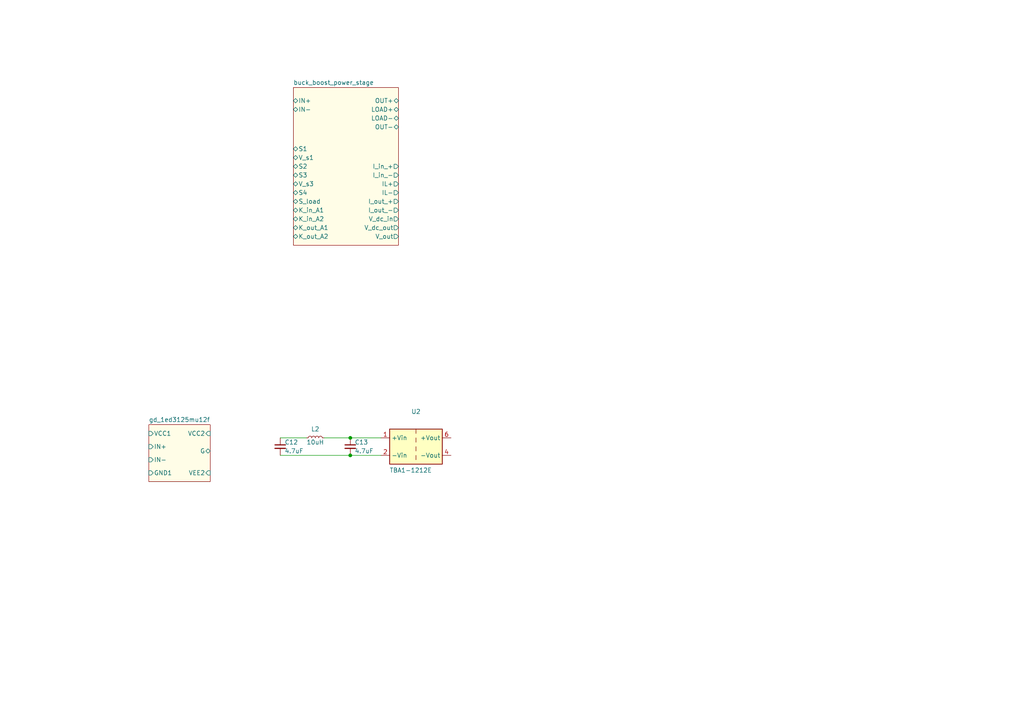
<source format=kicad_sch>
(kicad_sch (version 20231120) (generator "eeschema") (generator_version "8.0")
  (paper "A4")
  (lib_symbols
    (symbol "Converter_DCDC:TBA1-1212E"
      (property "Reference" "U" (at -6.35 6.35 0))
      (property "Value" "TBA1-1212E" (at 2.54 6.35 0))
      (symbol "TBA1-1212E_0_1"
        (rectangle (start -7.62 5.08) (end 7.62 -5.08) (stroke (width 0.254)) (fill (type background)))
        (polyline (pts (xy 0 -2.54) (xy 0 -3.81)))
        (polyline (pts (xy 0 0) (xy 0 -1.27)))
        (polyline (pts (xy 0 2.54) (xy 0 1.27)))
        (polyline (pts (xy 0 5.08) (xy 0 3.81)))
      )
      (symbol "TBA1-1212E_1_1"
        (pin power_in line (at -10.16 2.54 0) (length 2.54) (name "+Vin") (number "1"))
        (pin power_in line (at -10.16 -2.54 0) (length 2.54) (name "-Vin") (number "2"))
        (pin power_out line (at 10.16 -2.54 180) (length 2.54) (name "-Vout") (number "4"))
        (pin power_out line (at 10.16 2.54 180) (length 2.54) (name "+Vout") (number "6"))
      )
    )
    (symbol "Device:C_Small" (pin_numbers hide) (pin_names (offset 0.254) hide)
      (property "Reference" "C" (at 0.254 1.778 0))
      (property "Value" "C_Small" (at 0.254 -2.032 0))
      (symbol "C_Small_0_1"
        (polyline (pts (xy -1.524 -0.508) (xy 1.524 -0.508)) (stroke (width 0.3302)))
        (polyline (pts (xy -1.524 0.508) (xy 1.524 0.508)) (stroke (width 0.3048)))
      )
      (symbol "C_Small_1_1"
        (pin passive line (at 0 2.54 270) (length 2.032) (name "~") (number "1"))
        (pin passive line (at 0 -2.54 90) (length 2.032) (name "~") (number "2"))
      )
    )
    (symbol "Device:L_Small" (pin_numbers hide) (pin_names (offset 0.254) hide)
      (property "Reference" "L" (at 0.762 1.016 0))
      (property "Value" "L_Small" (at 0.762 -1.016 0))
      (symbol "L_Small_0_1"
        (arc (start 0 -2.032) (mid 0.5058 -1.524) (end 0 -1.016))
        (arc (start 0 -1.016) (mid 0.5058 -0.508) (end 0 0))
        (arc (start 0 0) (mid 0.5058 0.508) (end 0 1.016))
        (arc (start 0 1.016) (mid 0.5058 1.524) (end 0 2.032))
      )
      (symbol "L_Small_1_1"
        (pin passive line (at 0 2.54 270) (length 0.508) (name "~") (number "1"))
        (pin passive line (at 0 -2.54 90) (length 0.508) (name "~") (number "2"))
      )
    )
  )
  (junction (at 101.6 132.08))
  (junction (at 101.6 127))
  (wire (pts (xy 101.6 132.08) (xy 110.49 132.08)))
  (wire (pts (xy 93.98 127) (xy 101.6 127)))
  (wire (pts (xy 88.9 127) (xy 81.28 127)))
  (wire (pts (xy 101.6 127) (xy 110.49 127)))
  (wire (pts (xy 81.28 132.08) (xy 101.6 132.08)))
  (symbol (lib_id "Device:C_Small") (at 101.6 129.54 0) (unit 1)
    (property "Reference" "C13" (at 102.87 128.27 0) (effects (justify left)))
    (property "Value" "4.7uF" (at 102.87 130.81 0) (effects (justify left)))
    (property "Footprint" "Capacitor_SMD:C_0805_2012Metric_Pad1.18x1.45mm_HandSolder" (effects (hide yes)))
    (property "Description" "Unpolarized capacitor, small symbol" (effects (hide yes)))
  )
  (symbol (lib_id "Converter_DCDC:TBA1-1212E") (at 120.65 129.54 0) (unit 1)
    (property "Reference" "U2" (at 120.65 119.38 0))
    (property "Value" "TBA1-1212E" (at 119.126 136.398 0))
    (property "Footprint" "Converter_DCDC:Converter_DCDC_TRACO_TBA1-xxxxE_Single_THT" (effects (hide yes)))
    (property "Datasheet" "https://www.tracopower.com/products/tba1e.pdf" (effects (hide yes)))
    (property "Description" "1W DC/DC converter unregulated, 10.8-13.2V input, 12V fixed output voltage, 84mA output, 1.5kVDC isolation, SIP-7" (effects (hide yes)))
  )
  (symbol (lib_id "Device:L_Small") (at 91.44 127 90) (unit 1)
    (property "Reference" "L2" (at 91.44 124.46 90))
    (property "Value" "10uH" (at 91.44 128.27 90))
    (property "Description" "Inductor, small symbol" (effects (hide yes)))
  )
  (symbol (lib_id "Device:C_Small") (at 81.28 129.54 0) (unit 1)
    (property "Reference" "C12" (at 82.55 128.27 0) (effects (justify left)))
    (property "Value" "4.7uF" (at 82.55 130.81 0) (effects (justify left)))
    (property "Footprint" "Capacitor_SMD:C_0805_2012Metric_Pad1.18x1.45mm_HandSolder" (effects (hide yes)))
    (property "Description" "Unpolarized capacitor, small symbol" (effects (hide yes)))
  )
  (sheet (at 85.09 25.4) (size 30.48 45.72) (stroke (width 0.1524)) (fill (color 255 253 231 1.0000))
    (property "Sheetname" "buck_boost_power_stage" (at 85.09 24.6884 0) (effects (justify left bottom)))
    (property "Sheetfile" "buck_boost_power_stage.kicad_sch" (effects (hide yes)))
    (pin "V_dc_out" output (at 115.57 66.04 0))
    (pin "V_out" output (at 115.57 68.58 0))
    (pin "IN-" bidirectional (at 85.09 31.75 180))
    (pin "LOAD+" bidirectional (at 115.57 31.75 0))
    (pin "LOAD-" bidirectional (at 115.57 34.29 0))
    (pin "IN+" bidirectional (at 85.09 29.21 180))
    (pin "OUT+" bidirectional (at 115.57 29.21 0))
    (pin "OUT-" bidirectional (at 115.57 36.83 0))
    (pin "V_dc_in" output (at 115.57 63.5 0))
    (pin "I_out_-" output (at 115.57 60.96 0))
    (pin "V_s3" bidirectional (at 85.09 53.34 180))
    (pin "S1" bidirectional (at 85.09 43.18 180))
    (pin "I_in_+" output (at 115.57 48.26 0))
    (pin "S3" bidirectional (at 85.09 50.8 180))
    (pin "I_out_+" output (at 115.57 58.42 0))
    (pin "IL-" output (at 115.57 55.88 0))
    (pin "IL+" output (at 115.57 53.34 0))
    (pin "I_in_-" output (at 115.57 50.8 0))
    (pin "V_s1" bidirectional (at 85.09 45.72 180))
    (pin "K_in_A2" bidirectional (at 85.09 63.5 180))
    (pin "K_out_A2" bidirectional (at 85.09 68.58 180))
    (pin "K_in_A1" bidirectional (at 85.09 60.96 180))
    (pin "K_out_A1" bidirectional (at 85.09 66.04 180))
    (pin "S_load" bidirectional (at 85.09 58.42 180))
    (pin "S2" bidirectional (at 85.09 48.26 180))
    (pin "S4" bidirectional (at 85.09 55.88 180))
  )
  (sheet (at 43.18 123.19) (size 17.78 16.51) (stroke (width 0.1524)) (fill (color 255 253 231 1.0000))
    (property "Sheetname" "gd_1ed3125mu12f" (at 43.18 122.4784 0) (effects (justify left bottom)))
    (property "Sheetfile" "gd_1ed3125mu12f.kicad_sch" (effects (hide yes)))
    (pin "VCC2" input (at 60.96 125.73 0))
    (pin "VEE2" input (at 60.96 137.16 0))
    (pin "G" bidirectional (at 60.96 130.81 0))
    (pin "IN+" input (at 43.18 129.54 180))
    (pin "IN-" input (at 43.18 133.35 180))
    (pin "VCC1" input (at 43.18 125.73 180))
    (pin "GND1" input (at 43.18 137.16 180))
  )
)
</source>
